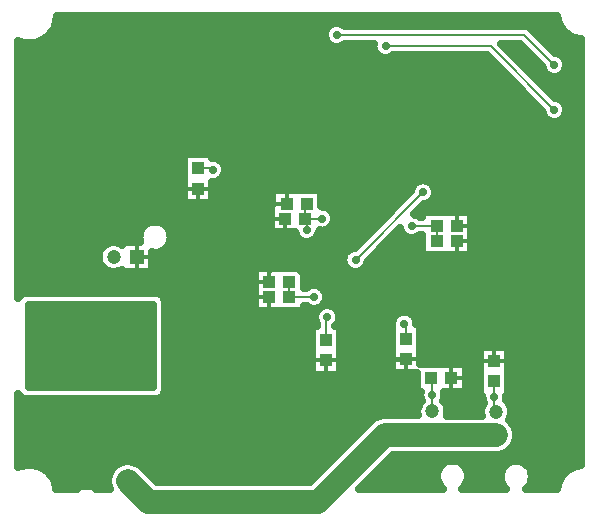
<source format=gbr>
G04 DipTrace 3.2.0.1*
G04 Bottom.gbr*
%MOIN*%
G04 #@! TF.FileFunction,Copper,L2,Bot*
G04 #@! TF.Part,Single*
G04 #@! TA.AperFunction,Conductor*
%ADD14C,0.007874*%
%ADD18C,0.03937*%
%ADD19C,0.035433*%
%ADD20C,0.07874*%
G04 #@! TA.AperFunction,CopperBalancing*
%ADD21C,0.025*%
%ADD22C,0.012992*%
%ADD25R,0.043307X0.03937*%
%ADD26R,0.03937X0.043307*%
G04 #@! TA.AperFunction,ComponentPad*
%ADD32R,0.047244X0.047244*%
%ADD33C,0.047244*%
%ADD49C,0.059055*%
G04 #@! TA.AperFunction,ViaPad*
%ADD50C,0.027559*%
%FSLAX26Y26*%
G04*
G70*
G90*
G75*
G01*
G04 Bottom*
%LPD*%
X1106201Y1568701D2*
D14*
X1101772Y1573130D1*
X1056201D1*
X1851772Y1381201D2*
Y1331201D1*
X1360630Y1193701D2*
Y1143701D1*
X1418701Y1456201D2*
X1414272Y1451772D1*
Y1406201D1*
X1468701D1*
X1414272D2*
X1418701Y1401772D1*
Y1368701D1*
X1442913Y1144980D2*
Y1143701D1*
X1360630D1*
X1768701Y1381201D2*
X1851772D1*
X1743701Y1056201D2*
X1750055D1*
Y1006241D1*
X1486811Y1077756D2*
X1483858Y1074803D1*
Y1000000D1*
X981201Y1818701D2*
X993701Y1831201D1*
X1093701D1*
X1281201Y1818701D2*
X1356201D1*
X1428543Y1188780D2*
X1382677Y1234646D1*
X1306693D1*
X1293701Y1221654D1*
Y1193701D1*
X1451575Y1055906D2*
X1435039Y1039370D1*
Y928740D1*
X1439370Y933071D1*
X1483858D1*
X1699951Y931201D2*
X1750055D1*
Y939312D1*
X1974951Y1387451D2*
X1968701Y1381201D1*
X1918701D1*
X1393701Y1537451D2*
X1351772Y1495522D1*
Y1456201D1*
X1837546Y606283D2*
D19*
X2050024Y605037D1*
D18*
X2051270Y606283D1*
X2193759D1*
X2243701Y1768701D2*
D14*
X2031201Y1981201D1*
X1681201D1*
X2243701Y1918701D2*
X2143701Y2018701D1*
X1518701D1*
X1806201Y1493701D2*
X1581201Y1268701D1*
X2050024Y762517D2*
X2043774Y768766D1*
Y812512D1*
Y864320D1*
X822441Y531201D2*
D20*
X891093Y462549D1*
X1456336D1*
X1678811Y685024D1*
X1837546D1*
X1838793Y683777D1*
X2050024D1*
X1837451Y818701D2*
D14*
Y875005D1*
X1833110D1*
X1837546Y763764D2*
X1837451Y763858D1*
Y818701D1*
D50*
X1468701Y1406201D3*
X1418701Y1368701D3*
X1442913Y1144980D3*
X1768701Y1381201D3*
X1743701Y1056201D3*
X1486811Y1077756D3*
X1468701Y1406201D3*
X981201Y1818701D3*
X1281201D3*
X1428543Y1188780D3*
X1451575Y1055906D3*
X1699951Y931201D3*
X1974951Y1387451D3*
X1393701Y1537451D3*
X2243701Y1768701D3*
X1681201Y1981201D3*
X2243701Y1918701D3*
X1518701Y2018701D3*
X1806201Y1493701D3*
X1581201Y1268701D3*
X1556325Y793764D3*
X1918701Y1849951D3*
X499951Y1449951D3*
X706201Y1468701D3*
X1068701Y606198D3*
X1268701D3*
X2249951Y1506201D3*
X1068701Y1268701D3*
X474951Y1187451D3*
X956201Y1193701D3*
Y1056201D3*
Y918701D3*
Y781201D3*
X1837451Y818701D3*
X1106201Y1568701D3*
X568701Y1106201D3*
Y1056201D3*
Y1006201D3*
Y956201D3*
Y906201D3*
Y856201D3*
X506201D3*
Y906201D3*
Y956201D3*
Y1006201D3*
Y1056201D3*
Y1106201D3*
X893701D3*
Y1056201D3*
Y1006201D3*
Y956201D3*
Y906201D3*
Y856201D3*
X1218701Y1381201D3*
Y1518701D3*
X2299951Y1381201D3*
X2243701Y1868701D3*
X1518701Y1537451D3*
X2043774Y812512D3*
X496219Y1093832D2*
D21*
X903707D1*
X496219Y1068963D2*
X903707D1*
X496219Y1044094D2*
X903707D1*
X496219Y1019226D2*
X903707D1*
X496219Y994357D2*
X903707D1*
X496219Y969488D2*
X903707D1*
X496219Y944619D2*
X903707D1*
X496219Y919751D2*
X903707D1*
X496219Y894882D2*
X903707D1*
X496219Y870013D2*
X903707D1*
X496219Y845144D2*
X903707D1*
X906177Y1118701D2*
X493724D1*
X493701Y843680D1*
X906177Y843701D1*
X906201Y1118669D1*
X584134Y2056332D2*
X1501860D1*
X1535531D2*
X2257832D1*
X572866Y2031463D2*
X1477997D1*
X2176459D2*
X2274303D1*
X548967Y2006594D2*
X1477782D1*
X2201327D2*
X2313596D1*
X458719Y1981726D2*
X1500245D1*
X1537146D2*
X1638436D1*
X2076198D2*
X2135144D1*
X2226194D2*
X2328703D1*
X458719Y1956857D2*
X1646617D1*
X2101066D2*
X2160012D1*
X2259064D2*
X2328703D1*
X458719Y1931988D2*
X2034883D1*
X2125934D2*
X2184879D1*
X2284219D2*
X2328703D1*
X458719Y1907119D2*
X2059752D1*
X2150802D2*
X2202642D1*
X2284757D2*
X2328703D1*
X458719Y1882251D2*
X2084619D1*
X2175669D2*
X2224066D1*
X2263335D2*
X2328703D1*
X458719Y1857382D2*
X2109487D1*
X2200537D2*
X2328703D1*
X458719Y1832513D2*
X2134354D1*
X2225406D2*
X2328703D1*
X458719Y1807644D2*
X2159222D1*
X2256445D2*
X2328703D1*
X458719Y1782776D2*
X2184091D1*
X2283932D2*
X2328703D1*
X458719Y1757907D2*
X2202391D1*
X2285008D2*
X2328703D1*
X458719Y1733038D2*
X2222486D1*
X2264913D2*
X2328703D1*
X458719Y1708169D2*
X2328703D1*
X458719Y1683301D2*
X2328703D1*
X458719Y1658432D2*
X2328703D1*
X458719Y1633563D2*
X2328703D1*
X458719Y1608694D2*
X1007520D1*
X1113425D2*
X2328703D1*
X458719Y1583825D2*
X1007520D1*
X1146009D2*
X2328703D1*
X458719Y1558957D2*
X1007520D1*
X1147766D2*
X2328703D1*
X458719Y1534088D2*
X1007520D1*
X1129286D2*
X2328703D1*
X458719Y1509219D2*
X1007520D1*
X1104886D2*
X1766542D1*
X1845858D2*
X2328703D1*
X458719Y1484350D2*
X1007520D1*
X1104886D2*
X1301123D1*
X1469361D2*
X1751327D1*
X1847867D2*
X2328703D1*
X458719Y1459482D2*
X1007520D1*
X1104886D2*
X1301123D1*
X1469361D2*
X1726459D1*
X1829925D2*
X2328703D1*
X458719Y1434613D2*
X1296710D1*
X1499755D2*
X1701592D1*
X1792642D2*
X2328703D1*
X458719Y1409744D2*
X1296710D1*
X1511310D2*
X1676723D1*
X1969336D2*
X2328703D1*
X458719Y1384875D2*
X877870D1*
X948143D2*
X1296710D1*
X1505353D2*
X1651856D1*
X1969336D2*
X2328703D1*
X458719Y1360007D2*
X860896D1*
X965080D2*
X1376875D1*
X1460533D2*
X1626988D1*
X1718038D2*
X1731949D1*
X1969336D2*
X2328703D1*
X458719Y1335138D2*
X859318D1*
X966659D2*
X1393957D1*
X1443453D2*
X1602121D1*
X1693171D2*
X1801134D1*
X1969336D2*
X2328703D1*
X458719Y1310269D2*
X734799D1*
X954745D2*
X1577252D1*
X1668303D2*
X1801134D1*
X1969336D2*
X2328703D1*
X458719Y1285400D2*
X723209D1*
X906554D2*
X1542050D1*
X1643436D2*
X1801134D1*
X1969336D2*
X2328703D1*
X458719Y1260531D2*
X725542D1*
X906554D2*
X1539251D1*
X1623125D2*
X2328703D1*
X458719Y1235663D2*
X745063D1*
X906554D2*
X1243063D1*
X1411265D2*
X1555686D1*
X1606726D2*
X2328703D1*
X458719Y1210794D2*
X1243063D1*
X1411265D2*
X2328703D1*
X458719Y1185925D2*
X1243063D1*
X1411265D2*
X2328703D1*
X458719Y1161056D2*
X1243063D1*
X1482350D2*
X2328703D1*
X947210Y1136188D2*
X1243063D1*
X1484719D2*
X2328703D1*
X947677Y1111319D2*
X1243063D1*
X1511560D2*
X2328703D1*
X947677Y1086450D2*
X1444983D1*
X1528642D2*
X1714617D1*
X1772798D2*
X2328703D1*
X947677Y1061581D2*
X1447424D1*
X1526202D2*
X1701304D1*
X1786110D2*
X2328703D1*
X947677Y1036713D2*
X1435188D1*
X1532552D2*
X1701377D1*
X1798741D2*
X2328703D1*
X947677Y1011844D2*
X1435188D1*
X1532552D2*
X1701377D1*
X1798741D2*
X2328703D1*
X947677Y986975D2*
X1435188D1*
X1532552D2*
X1701377D1*
X1798741D2*
X2328703D1*
X947677Y962106D2*
X1435188D1*
X1532552D2*
X1701377D1*
X1798741D2*
X1995088D1*
X2092454D2*
X2328703D1*
X947677Y937238D2*
X1435188D1*
X1532552D2*
X1701377D1*
X1798741D2*
X1995088D1*
X2092454D2*
X2328703D1*
X947677Y912369D2*
X1435188D1*
X1532552D2*
X1701377D1*
X1950676D2*
X1995088D1*
X2092454D2*
X2328703D1*
X947677Y887500D2*
X1435188D1*
X1532552D2*
X1782474D1*
X1950676D2*
X1995088D1*
X2092454D2*
X2328703D1*
X947677Y862631D2*
X1782474D1*
X1950676D2*
X1995088D1*
X2092454D2*
X2328703D1*
X947677Y837762D2*
X1782474D1*
X1950676D2*
X1995088D1*
X2092454D2*
X2328703D1*
X940356Y812894D2*
X1795105D1*
X1879804D2*
X2001009D1*
X2086533D2*
X2328703D1*
X458719Y788025D2*
X1791194D1*
X1883895D2*
X2004382D1*
X2095648D2*
X2328703D1*
X458719Y763156D2*
X1784950D1*
X1890139D2*
X1997420D1*
X2102646D2*
X2328703D1*
X458719Y738287D2*
X1637573D1*
X2096402D2*
X2328703D1*
X458719Y713419D2*
X1611558D1*
X2111329D2*
X2328703D1*
X458719Y688550D2*
X1586690D1*
X2118219D2*
X2328703D1*
X458719Y663681D2*
X1561823D1*
X2115240D2*
X2328703D1*
X458719Y638812D2*
X1536954D1*
X2100635D2*
X2328703D1*
X458719Y613944D2*
X1512087D1*
X1703362D2*
X2328703D1*
X458719Y589075D2*
X788518D1*
X856387D2*
X1487219D1*
X1678493D2*
X1871108D1*
X1937829D2*
X2085337D1*
X2148541D2*
X2328703D1*
X554314Y564206D2*
X762933D1*
X885094D2*
X1462352D1*
X1653626D2*
X1852807D1*
X1956130D2*
X2065744D1*
X2168169D2*
X2283094D1*
X575343Y539337D2*
X754572D1*
X909962D2*
X1437484D1*
X1628759D2*
X1850583D1*
X1958391D2*
X2062873D1*
X2171041D2*
X2262030D1*
X585175Y514469D2*
X668558D1*
X700722D2*
X756222D1*
X1603891D2*
X1861598D1*
X1947374D2*
X2073100D1*
X2160814D2*
X2252234D1*
X1379741Y1502378D2*
X1466846D1*
Y1446434D1*
X1471861Y1446348D1*
X1478102Y1445360D1*
X1484112Y1443407D1*
X1489743Y1440538D1*
X1494856Y1436824D1*
X1499324Y1432356D1*
X1503038Y1427243D1*
X1505907Y1421612D1*
X1507860Y1415602D1*
X1508848Y1409361D1*
Y1403041D1*
X1507860Y1396799D1*
X1505907Y1390790D1*
X1503038Y1385159D1*
X1499324Y1380046D1*
X1494856Y1375577D1*
X1489743Y1371864D1*
X1484112Y1368995D1*
X1478102Y1367042D1*
X1471861Y1366054D1*
X1465541D1*
X1462413Y1366424D1*
X1462417Y1360024D1*
X1458004D1*
X1455907Y1353290D1*
X1453038Y1347659D1*
X1449324Y1342546D1*
X1444856Y1338077D1*
X1439743Y1334364D1*
X1434112Y1331495D1*
X1428102Y1329542D1*
X1421861Y1328554D1*
X1415541D1*
X1409299Y1329542D1*
X1403290Y1331495D1*
X1397659Y1334364D1*
X1392546Y1338077D1*
X1388077Y1342546D1*
X1384364Y1347659D1*
X1381495Y1353290D1*
X1379400Y1360014D1*
X1299197Y1360024D1*
Y1452378D1*
X1303625D1*
X1303626Y1502378D1*
X1379741D1*
X1446867Y1048146D2*
X1453434D1*
X1453429Y1055226D1*
X1450929Y1059472D1*
X1448510Y1065311D1*
X1447035Y1071455D1*
X1446539Y1077756D1*
X1447035Y1084056D1*
X1448510Y1090201D1*
X1450929Y1096039D1*
X1454231Y1101427D1*
X1458335Y1106232D1*
X1462335Y1109702D1*
X1455358Y1106680D1*
X1449214Y1105205D1*
X1442913Y1104709D1*
X1436613Y1105205D1*
X1430469Y1106680D1*
X1424630Y1109098D1*
X1419243Y1112400D1*
X1418146Y1113264D1*
X1408787Y1113272D1*
X1408776Y1097524D1*
X1245555D1*
Y1239878D1*
X1408776D1*
Y1174125D1*
X1416759Y1175604D1*
X1421871Y1179318D1*
X1427503Y1182186D1*
X1433512Y1184139D1*
X1439753Y1185127D1*
X1446073D1*
X1452315Y1184139D1*
X1458324Y1182186D1*
X1463955Y1179318D1*
X1469068Y1175604D1*
X1473537Y1171135D1*
X1477251Y1166022D1*
X1480119Y1160391D1*
X1482072Y1154382D1*
X1483060Y1148140D1*
Y1141820D1*
X1482072Y1135579D1*
X1480119Y1129570D1*
X1477251Y1123938D1*
X1473537Y1118825D1*
X1469068Y1114357D1*
X1467390Y1113034D1*
X1474366Y1116056D1*
X1480510Y1117531D1*
X1486811Y1118028D1*
X1493112Y1117531D1*
X1499256Y1116056D1*
X1505094Y1113638D1*
X1510482Y1110336D1*
X1515287Y1106232D1*
X1519391Y1101427D1*
X1522693Y1096039D1*
X1525112Y1090201D1*
X1526587Y1084056D1*
X1527083Y1077756D1*
X1526587Y1071455D1*
X1525112Y1065311D1*
X1522693Y1059472D1*
X1519391Y1054085D1*
X1515287Y1049280D1*
X1514281Y1048349D1*
X1530035Y1048146D1*
Y884925D1*
X1437681D1*
Y1048146D1*
X1446867D1*
X1872392Y1427378D2*
X1966846D1*
Y1285024D1*
X1803626D1*
Y1350777D1*
X1794856Y1350577D1*
X1789743Y1346864D1*
X1784112Y1343995D1*
X1778102Y1342042D1*
X1771861Y1341054D1*
X1765541D1*
X1759299Y1342042D1*
X1753290Y1343995D1*
X1747659Y1346864D1*
X1742546Y1350577D1*
X1738077Y1355046D1*
X1734364Y1360159D1*
X1731495Y1365790D1*
X1729542Y1371799D1*
X1729173Y1373654D1*
X1621348Y1265541D1*
X1620360Y1259299D1*
X1618407Y1253290D1*
X1615538Y1247659D1*
X1611824Y1242546D1*
X1607356Y1238077D1*
X1602243Y1234364D1*
X1596612Y1231495D1*
X1590602Y1229542D1*
X1584361Y1228554D1*
X1578041D1*
X1571799Y1229542D1*
X1565790Y1231495D1*
X1560159Y1234364D1*
X1555046Y1238077D1*
X1550577Y1242546D1*
X1546864Y1247659D1*
X1543995Y1253290D1*
X1542042Y1259299D1*
X1541054Y1265541D1*
Y1271861D1*
X1542042Y1278102D1*
X1543995Y1284112D1*
X1546864Y1289743D1*
X1550577Y1294856D1*
X1555046Y1299324D1*
X1560159Y1303038D1*
X1565790Y1305907D1*
X1571799Y1307860D1*
X1578325Y1308860D1*
X1766054Y1496861D1*
X1767042Y1503102D1*
X1768995Y1509112D1*
X1771864Y1514743D1*
X1775577Y1519856D1*
X1780046Y1524324D1*
X1785159Y1528038D1*
X1790790Y1530907D1*
X1796799Y1532860D1*
X1803041Y1533848D1*
X1809361D1*
X1815602Y1532860D1*
X1821612Y1530907D1*
X1827243Y1528038D1*
X1832356Y1524324D1*
X1836824Y1519856D1*
X1840538Y1514743D1*
X1843407Y1509112D1*
X1845360Y1503102D1*
X1846348Y1496861D1*
Y1490541D1*
X1845360Y1484299D1*
X1843407Y1478290D1*
X1840538Y1472659D1*
X1836824Y1467546D1*
X1832356Y1463077D1*
X1827243Y1459364D1*
X1821612Y1456495D1*
X1815602Y1454542D1*
X1809076Y1453542D1*
X1776285Y1420751D1*
X1781146Y1419501D1*
X1786984Y1417083D1*
X1792371Y1413781D1*
X1795064Y1411631D1*
X1803615Y1411630D1*
X1803626Y1427378D1*
X1872392D1*
X1783936Y1054387D2*
X1796232D1*
Y921180D1*
X1948185Y921182D1*
Y828828D1*
X1876424D1*
X1877598Y821861D1*
Y815541D1*
X1876610Y809299D1*
X1874657Y803290D1*
X1872773Y799416D1*
X1878089Y793220D1*
X1882198Y786516D1*
X1885207Y779249D1*
X1887043Y771604D1*
X1887660Y763764D1*
X1887043Y755924D1*
X1885596Y749654D1*
X2001600Y749639D1*
X2000526Y754677D1*
X1999909Y762517D1*
X2000526Y770357D1*
X2002362Y778003D1*
X2005371Y785269D1*
X2009301Y791705D1*
X2006568Y797101D1*
X2004615Y803110D1*
X2003627Y809352D1*
X2003686Y816175D1*
X1997597D1*
Y979395D1*
X2089951D1*
Y816175D1*
X2083887D1*
X2083921Y809352D1*
X2082933Y803110D1*
X2082299Y800864D1*
X2088131Y795063D1*
X2092753Y788702D1*
X2096323Y781696D1*
X2098753Y774217D1*
X2099983Y766449D1*
Y758585D1*
X2098753Y750818D1*
X2096323Y743339D1*
X2092753Y736332D1*
X2091702Y734760D1*
X2096596Y730349D1*
X2103307Y722490D1*
X2108707Y713677D1*
X2112663Y704130D1*
X2115075Y694080D1*
X2115886Y683777D1*
X2115075Y673474D1*
X2112663Y663424D1*
X2108707Y653877D1*
X2103307Y645064D1*
X2096596Y637205D1*
X2088736Y630493D1*
X2079924Y625093D1*
X2070377Y621138D1*
X2060327Y618726D1*
X2050024Y617915D1*
X1833625Y618118D1*
X1828470Y618730D1*
X1809987Y619161D1*
X1705895Y618965D1*
X1593109Y506177D1*
X1872501Y506201D1*
X1867705Y510458D1*
X1862406Y516663D1*
X1858142Y523621D1*
X1855018Y531159D1*
X1853114Y539093D1*
X1852474Y547228D1*
X1853114Y555364D1*
X1855018Y563298D1*
X1858142Y570836D1*
X1862406Y577794D1*
X1867705Y583999D1*
X1873909Y589298D1*
X1880867Y593562D1*
X1888406Y596685D1*
X1896340Y598589D1*
X1904475Y599230D1*
X1912610Y598589D1*
X1920545Y596685D1*
X1928083Y593562D1*
X1935041Y589298D1*
X1941245Y583999D1*
X1946545Y577794D1*
X1950808Y570836D1*
X1953932Y563298D1*
X1955836Y555364D1*
X1956476Y547228D1*
X1955836Y539093D1*
X1953932Y531159D1*
X1950808Y523621D1*
X1946545Y516663D1*
X1941245Y510458D1*
X1936356Y506196D1*
X2083429Y506201D1*
X2077411Y512210D1*
X2072614Y518811D1*
X2068909Y526081D1*
X2066388Y533843D1*
X2065112Y541902D1*
Y550062D1*
X2066388Y558121D1*
X2068909Y565882D1*
X2072614Y573152D1*
X2077411Y579753D1*
X2083181Y585524D1*
X2089782Y590320D1*
X2097052Y594025D1*
X2104814Y596546D1*
X2112873Y597823D1*
X2121033D1*
X2129092Y596546D1*
X2136853Y594025D1*
X2144123Y590320D1*
X2150724Y585524D1*
X2156495Y579753D1*
X2161291Y573152D1*
X2164996Y565882D1*
X2167517Y558121D1*
X2168794Y550062D1*
Y541902D1*
X2167517Y533843D1*
X2164996Y526081D1*
X2161291Y518811D1*
X2156495Y512210D1*
X2150412Y506193D1*
X2253161Y506201D1*
X2254854Y515031D1*
X2256802Y521936D1*
X2259285Y528667D1*
X2262289Y535182D1*
X2265794Y541442D1*
X2269780Y547408D1*
X2274222Y553042D1*
X2279092Y558310D1*
X2284360Y563180D1*
X2289993Y567622D1*
X2295959Y571608D1*
X2302219Y575113D1*
X2308735Y578117D1*
X2315466Y580600D1*
X2322370Y582547D1*
X2331217Y584161D1*
X2331201Y2003169D1*
X2322370Y2004854D1*
X2315466Y2006802D1*
X2308735Y2009285D1*
X2302219Y2012289D1*
X2295959Y2015794D1*
X2289993Y2019780D1*
X2284360Y2024222D1*
X2279092Y2029092D1*
X2274222Y2034360D1*
X2269780Y2039993D1*
X2265794Y2045959D1*
X2262289Y2052219D1*
X2259285Y2058735D1*
X2256802Y2065466D1*
X2254854Y2072370D1*
X2253240Y2081217D1*
X585052Y2081201D1*
X584790Y2074031D1*
X583948Y2066907D1*
X582547Y2059870D1*
X580600Y2052966D1*
X578117Y2046235D1*
X575113Y2039719D1*
X571608Y2033459D1*
X567622Y2027493D1*
X563180Y2021860D1*
X558310Y2016592D1*
X553042Y2011722D1*
X547408Y2007280D1*
X541442Y2003294D1*
X535182Y1999789D1*
X528667Y1996785D1*
X521936Y1994302D1*
X515031Y1992354D1*
X507995Y1990954D1*
X500870Y1990112D1*
X493701Y1989829D1*
X486531Y1990112D1*
X479407Y1990954D1*
X472370Y1992354D1*
X465466Y1994302D1*
X456215Y1997946D1*
X456201Y1139934D1*
X458613Y1145043D1*
X461056Y1148406D1*
X463996Y1151345D1*
X467358Y1153789D1*
X471063Y1155676D1*
X475016Y1156961D1*
X479122Y1157612D1*
X591437Y1157693D1*
X920780Y1157612D1*
X924886Y1156961D1*
X928839Y1155676D1*
X932543Y1153789D1*
X935906Y1151345D1*
X938845Y1148406D1*
X941289Y1145043D1*
X943176Y1141339D1*
X944461Y1137386D1*
X945112Y1133280D1*
X945193Y1020965D1*
X945112Y829122D1*
X944461Y825016D1*
X943176Y821063D1*
X941289Y817358D1*
X938845Y813996D1*
X935906Y811056D1*
X932543Y808613D1*
X928839Y806726D1*
X924886Y805441D1*
X920780Y804790D1*
X808465Y804709D1*
X479122Y804790D1*
X475016Y805441D1*
X471063Y806726D1*
X467358Y808613D1*
X463996Y811056D1*
X461056Y813996D1*
X458613Y817358D1*
X456722Y821071D1*
X456201Y816798D1*
Y577055D1*
X465466Y580600D1*
X472370Y582547D1*
X479407Y583948D1*
X486531Y584790D1*
X493701Y585072D1*
X500870Y584790D1*
X507995Y583948D1*
X515031Y582547D1*
X521936Y580600D1*
X528667Y578117D1*
X535182Y575113D1*
X541442Y571608D1*
X547408Y567622D1*
X553042Y563180D1*
X558310Y558310D1*
X563180Y553042D1*
X567622Y547408D1*
X571608Y541442D1*
X575113Y535182D1*
X578117Y528667D1*
X580600Y521936D1*
X582547Y515031D1*
X584161Y506185D1*
X654080Y506341D1*
X661038Y510605D1*
X668576Y513728D1*
X676510Y515633D1*
X684646Y516273D1*
X692781Y515633D1*
X700715Y513728D1*
X708253Y510605D1*
X715399Y506193D1*
X761528Y506201D1*
X758399Y515825D1*
X756782Y526033D1*
Y536369D1*
X758399Y546576D1*
X761592Y556406D1*
X766285Y565614D1*
X772358Y573975D1*
X779667Y581283D1*
X788028Y587357D1*
X797236Y592050D1*
X807066Y595243D1*
X817273Y596860D1*
X827609D1*
X837816Y595243D1*
X847646Y592050D1*
X856854Y587357D1*
X865215Y581283D1*
X882004Y564781D1*
X918652Y528411D1*
X1429252Y528608D1*
X1636037Y735106D1*
X1644398Y741181D1*
X1653606Y745873D1*
X1663436Y749066D1*
X1673643Y750682D1*
X1697184Y750886D1*
X1789083D1*
X1787587Y759832D1*
Y767696D1*
X1788816Y775463D1*
X1791247Y782942D1*
X1794816Y789949D1*
X1799438Y796310D1*
X1802189Y799273D1*
X1800245Y803290D1*
X1798293Y809299D1*
X1797304Y815541D1*
Y821861D1*
X1798497Y828827D1*
X1784965Y828828D1*
Y891159D1*
X1703878Y891167D1*
Y1050219D1*
X1703429Y1056201D1*
X1703925Y1062501D1*
X1705400Y1068646D1*
X1707819Y1074484D1*
X1711121Y1079871D1*
X1715224Y1084677D1*
X1720030Y1088781D1*
X1725417Y1092083D1*
X1731256Y1094501D1*
X1737400Y1095976D1*
X1743701Y1096472D1*
X1750001Y1095976D1*
X1756146Y1094501D1*
X1761984Y1092083D1*
X1767371Y1088781D1*
X1772177Y1084677D1*
X1776281Y1079871D1*
X1779583Y1074484D1*
X1782001Y1068646D1*
X1783476Y1062501D1*
X1783972Y1056201D1*
X1783902Y1054386D1*
X1102378Y1524986D2*
Y1458055D1*
X1010024D1*
Y1621276D1*
X1102378D1*
Y1608824D1*
X1109361Y1608848D1*
X1115602Y1607860D1*
X1121612Y1605907D1*
X1127243Y1603038D1*
X1132356Y1599324D1*
X1136824Y1594856D1*
X1140538Y1589743D1*
X1143407Y1584112D1*
X1145360Y1578102D1*
X1146348Y1571861D1*
Y1565541D1*
X1145360Y1559299D1*
X1143407Y1553290D1*
X1140538Y1547659D1*
X1136824Y1542546D1*
X1132356Y1538077D1*
X1127243Y1534364D1*
X1121612Y1531495D1*
X1115602Y1529542D1*
X1109361Y1528554D1*
X1102366Y1528633D1*
X1102343Y1524984D1*
X805660Y1327575D2*
X863786D1*
X861631Y1336255D1*
X860991Y1344390D1*
X861631Y1352525D1*
X863535Y1360459D1*
X866659Y1367997D1*
X870923Y1374955D1*
X876222Y1381160D1*
X882427Y1386459D1*
X889385Y1390723D1*
X896923Y1393846D1*
X904857Y1395751D1*
X912992Y1396391D1*
X921127Y1395751D1*
X929062Y1393846D1*
X936600Y1390723D1*
X943558Y1386459D1*
X949762Y1381160D1*
X955062Y1374955D1*
X959325Y1367997D1*
X962449Y1360459D1*
X964353Y1352525D1*
X964993Y1344390D1*
X964353Y1336255D1*
X962449Y1328320D1*
X959325Y1320782D1*
X955062Y1313824D1*
X949762Y1307619D1*
X943558Y1302320D1*
X936600Y1298056D1*
X929062Y1294933D1*
X921127Y1293029D1*
X912992Y1292388D1*
X904857Y1293029D1*
X904059Y1293188D1*
X904051Y1227346D1*
X803823D1*
Y1236324D1*
X797949Y1232808D1*
X790682Y1229799D1*
X783037Y1227963D1*
X775197Y1227346D1*
X767357Y1227963D1*
X759711Y1229799D1*
X752445Y1232808D1*
X745740Y1236917D1*
X739761Y1242025D1*
X734654Y1248004D1*
X730545Y1254709D1*
X727535Y1261975D1*
X725699Y1269621D1*
X725083Y1277461D1*
X725699Y1285301D1*
X727535Y1292946D1*
X730545Y1300213D1*
X734654Y1306917D1*
X739761Y1312896D1*
X745740Y1318004D1*
X752445Y1322113D1*
X759711Y1325122D1*
X767357Y1326958D1*
X775197Y1327575D1*
X783037Y1326958D1*
X790682Y1325122D1*
X797949Y1322113D1*
X803823Y1318559D1*
Y1327575D1*
X805660D1*
X1466837Y1446399D2*
X1471861Y1446348D1*
X1478102Y1445360D1*
X1484112Y1443407D1*
X1489743Y1440538D1*
X1494856Y1436824D1*
X1499324Y1432356D1*
X1503038Y1427243D1*
X1505907Y1421612D1*
X1507860Y1415602D1*
X1508848Y1409361D1*
Y1403041D1*
X1507860Y1396799D1*
X1505907Y1390790D1*
X1503038Y1385159D1*
X1499324Y1380046D1*
X1494856Y1375577D1*
X1489743Y1371864D1*
X1484112Y1368995D1*
X1478102Y1367042D1*
X1471861Y1366054D1*
X1465541D1*
X1462413Y1366424D1*
X2203534Y1765833D2*
X2018609Y1950760D1*
X1707562Y1950772D1*
X1702243Y1946864D1*
X1696612Y1943995D1*
X1690602Y1942042D1*
X1684361Y1941054D1*
X1678041D1*
X1671799Y1942042D1*
X1665790Y1943995D1*
X1660159Y1946864D1*
X1655046Y1950577D1*
X1650577Y1955046D1*
X1646864Y1960159D1*
X1643995Y1965790D1*
X1642042Y1971799D1*
X1641054Y1978041D1*
Y1984361D1*
X1641576Y1988264D1*
X1544856Y1988077D1*
X1539743Y1984364D1*
X1534112Y1981495D1*
X1528102Y1979542D1*
X1521861Y1978554D1*
X1515541D1*
X1509299Y1979542D1*
X1503290Y1981495D1*
X1497659Y1984364D1*
X1492546Y1988077D1*
X1488077Y1992546D1*
X1484364Y1997659D1*
X1481495Y2003290D1*
X1479542Y2009299D1*
X1478554Y2015541D1*
Y2021861D1*
X1479542Y2028102D1*
X1481495Y2034112D1*
X1484364Y2039743D1*
X1488077Y2044856D1*
X1492546Y2049324D1*
X1497659Y2053038D1*
X1503290Y2055907D1*
X1509299Y2057860D1*
X1515541Y2058848D1*
X1521861D1*
X1528102Y2057860D1*
X1534112Y2055907D1*
X1539743Y2053038D1*
X1545064Y2049131D1*
X2146088Y2049037D1*
X2150804Y2048289D1*
X2155345Y2046814D1*
X2159600Y2044646D1*
X2163463Y2041840D1*
X2217184Y1988252D1*
X2246861Y1958848D1*
X2253102Y1957860D1*
X2259112Y1955907D1*
X2264743Y1953038D1*
X2269856Y1949324D1*
X2274324Y1944856D1*
X2278038Y1939743D1*
X2280907Y1934112D1*
X2282860Y1928102D1*
X2283848Y1921861D1*
Y1915541D1*
X2282860Y1909299D1*
X2280907Y1903290D1*
X2278038Y1897659D1*
X2274324Y1892546D1*
X2269856Y1888077D1*
X2264743Y1884364D1*
X2259112Y1881495D1*
X2253102Y1879542D1*
X2246861Y1878554D1*
X2240541D1*
X2234299Y1879542D1*
X2228290Y1881495D1*
X2222659Y1884364D1*
X2217546Y1888077D1*
X2213077Y1892546D1*
X2209364Y1897659D1*
X2206495Y1903290D1*
X2204542Y1909299D1*
X2203542Y1915825D1*
X2131117Y1988251D1*
X2067160Y1988272D1*
X2246861Y1808848D1*
X2253102Y1807860D1*
X2259112Y1805907D1*
X2264743Y1803038D1*
X2269856Y1799324D1*
X2274324Y1794856D1*
X2278038Y1789743D1*
X2280907Y1784112D1*
X2282860Y1778102D1*
X2283848Y1771861D1*
Y1765541D1*
X2282860Y1759299D1*
X2280907Y1753290D1*
X2278038Y1747659D1*
X2274324Y1742546D1*
X2269856Y1738077D1*
X2264743Y1734364D1*
X2259112Y1731495D1*
X2253102Y1729542D1*
X2246861Y1728554D1*
X2240541D1*
X2234299Y1729542D1*
X2228290Y1731495D1*
X2222659Y1734364D1*
X2217546Y1738077D1*
X2213077Y1742546D1*
X2209364Y1747659D1*
X2206495Y1753290D1*
X2204542Y1759299D1*
X2203542Y1765825D1*
X1351772Y1502343D2*
D22*
Y1456201D1*
X1303661D2*
X1351772D1*
X1347343Y1406201D2*
Y1360059D1*
X1299232Y1406201D2*
X1347343D1*
X1483858Y933071D2*
Y884961D1*
X1437717Y933071D2*
X1530000D1*
X1918701Y1427343D2*
Y1381201D1*
X1966811D1*
X1918701Y1331201D2*
Y1285059D1*
Y1331201D2*
X1966811D1*
X1750055Y939312D2*
Y891202D1*
X1703913Y939312D2*
X1796197D1*
X1293701Y1239843D2*
Y1193701D1*
X1245591D2*
X1293701D1*
Y1143701D2*
Y1097559D1*
X1245592Y1143701D2*
X1293701D1*
X1056201Y1506201D2*
Y1458091D1*
X1010060Y1506201D2*
X1102343D1*
X853937Y1327538D2*
Y1227382D1*
Y1277461D2*
X904016D1*
X1900039Y921146D2*
Y828864D1*
Y875005D2*
X1948150D1*
X2043774Y979360D2*
Y931249D1*
X1997633D2*
X2089916D1*
D25*
X1418701Y1456201D3*
X1351772D3*
X1414272Y1406201D3*
X1347343D3*
D26*
X1483858Y1000000D3*
Y933071D3*
D25*
X1918701Y1381201D3*
X1851772D3*
X1918701Y1331201D3*
X1851772D3*
D26*
X1750055Y1006241D3*
Y939312D3*
D25*
X1293701Y1193701D3*
X1360630D3*
X1293701Y1143701D3*
X1360630D3*
D26*
X1056201Y1506201D3*
Y1573130D3*
D32*
X1837546Y606283D3*
D33*
Y685024D3*
Y763764D3*
D32*
X743701Y531201D3*
D33*
X822441D3*
D32*
X853937Y1277461D3*
D33*
X775197D3*
D32*
X2050024Y605037D3*
D33*
Y683777D3*
Y762517D3*
D25*
X1900039Y875005D3*
X1833110D3*
D26*
X2043774Y931249D3*
Y864320D3*
D49*
X556430Y718772D3*
X2193759Y606283D3*
M02*

</source>
